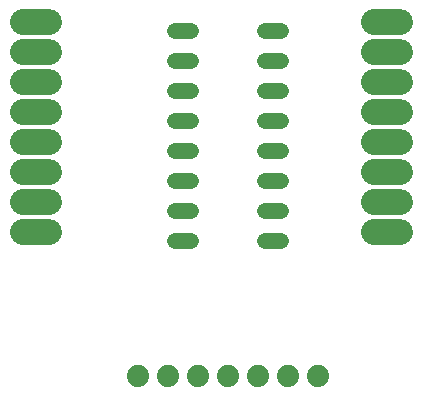
<source format=gbr>
G04 EAGLE Gerber X2 export*
%TF.Part,Single*%
%TF.FileFunction,Copper,L1,Top,Mixed*%
%TF.FilePolarity,Positive*%
%TF.GenerationSoftware,Autodesk,EAGLE,8.6.0*%
%TF.CreationDate,2018-03-02T20:01:04Z*%
G75*
%MOMM*%
%FSLAX34Y34*%
%LPD*%
%AMOC8*
5,1,8,0,0,1.08239X$1,22.5*%
G01*
%ADD10C,1.320800*%
%ADD11C,1.879600*%
%ADD12C,2.184400*%


D10*
X139446Y317500D02*
X152654Y317500D01*
X152654Y292100D02*
X139446Y292100D01*
X139446Y165100D02*
X152654Y165100D01*
X152654Y139700D02*
X139446Y139700D01*
X139446Y266700D02*
X152654Y266700D01*
X152654Y241300D02*
X139446Y241300D01*
X139446Y190500D02*
X152654Y190500D01*
X152654Y215900D02*
X139446Y215900D01*
X215646Y139700D02*
X228854Y139700D01*
X228854Y165100D02*
X215646Y165100D01*
X215646Y190500D02*
X228854Y190500D01*
X228854Y215900D02*
X215646Y215900D01*
X215646Y241300D02*
X228854Y241300D01*
X228854Y266700D02*
X215646Y266700D01*
X215646Y292100D02*
X228854Y292100D01*
X228854Y317500D02*
X215646Y317500D01*
D11*
X107950Y25400D03*
X133350Y25400D03*
X158750Y25400D03*
X184150Y25400D03*
X209550Y25400D03*
X234950Y25400D03*
X260350Y25400D03*
D12*
X308178Y147650D02*
X330022Y147650D01*
X330022Y173050D02*
X308178Y173050D01*
X308178Y198450D02*
X330022Y198450D01*
X330022Y223850D02*
X308178Y223850D01*
X308178Y249250D02*
X330022Y249250D01*
X330022Y274650D02*
X308178Y274650D01*
X308178Y300050D02*
X330022Y300050D01*
X330022Y325450D02*
X308178Y325450D01*
X32522Y325450D02*
X10678Y325450D01*
X10678Y300050D02*
X32522Y300050D01*
X32522Y274650D02*
X10678Y274650D01*
X10678Y249250D02*
X32522Y249250D01*
X32522Y223850D02*
X10678Y223850D01*
X10678Y198450D02*
X32522Y198450D01*
X32522Y173050D02*
X10678Y173050D01*
X10678Y147650D02*
X32522Y147650D01*
M02*

</source>
